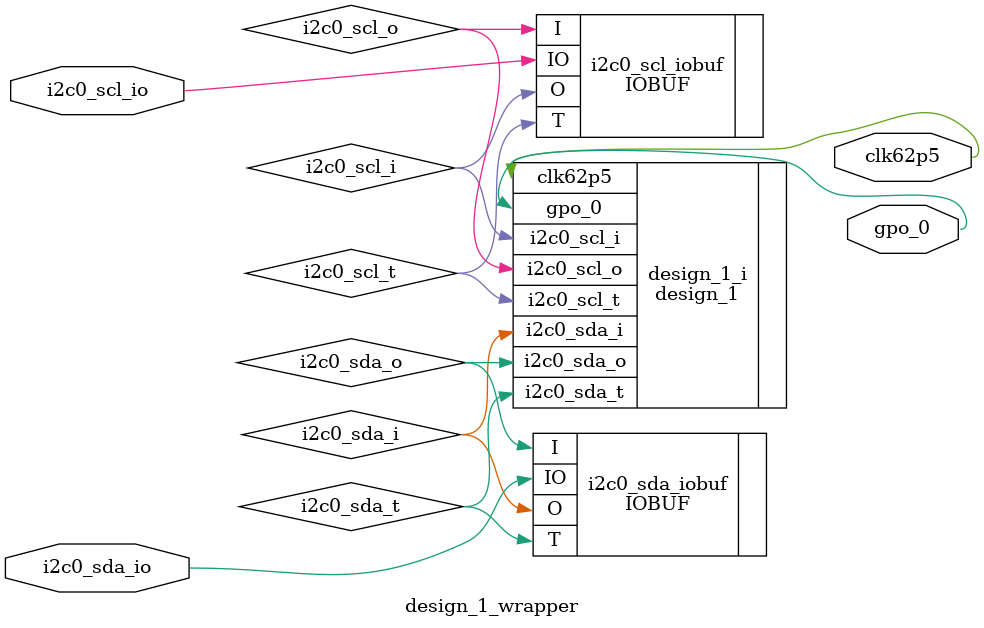
<source format=v>
`timescale 1 ps / 1 ps

module design_1_wrapper
   (clk62p5,
    gpo_0,
    i2c0_scl_io,
    i2c0_sda_io);
  output clk62p5;
  output [0:0]gpo_0;
  inout i2c0_scl_io;
  inout i2c0_sda_io;

  wire clk62p5;
  wire [0:0]gpo_0;
  wire i2c0_scl_i;
  wire i2c0_scl_io;
  wire i2c0_scl_o;
  wire i2c0_scl_t;
  wire i2c0_sda_i;
  wire i2c0_sda_io;
  wire i2c0_sda_o;
  wire i2c0_sda_t;

  design_1 design_1_i
       (.clk62p5(clk62p5),
        .gpo_0(gpo_0),
        .i2c0_scl_i(i2c0_scl_i),
        .i2c0_scl_o(i2c0_scl_o),
        .i2c0_scl_t(i2c0_scl_t),
        .i2c0_sda_i(i2c0_sda_i),
        .i2c0_sda_o(i2c0_sda_o),
        .i2c0_sda_t(i2c0_sda_t));
  IOBUF i2c0_scl_iobuf
       (.I(i2c0_scl_o),
        .IO(i2c0_scl_io),
        .O(i2c0_scl_i),
        .T(i2c0_scl_t));
  IOBUF i2c0_sda_iobuf
       (.I(i2c0_sda_o),
        .IO(i2c0_sda_io),
        .O(i2c0_sda_i),
        .T(i2c0_sda_t));
endmodule

</source>
